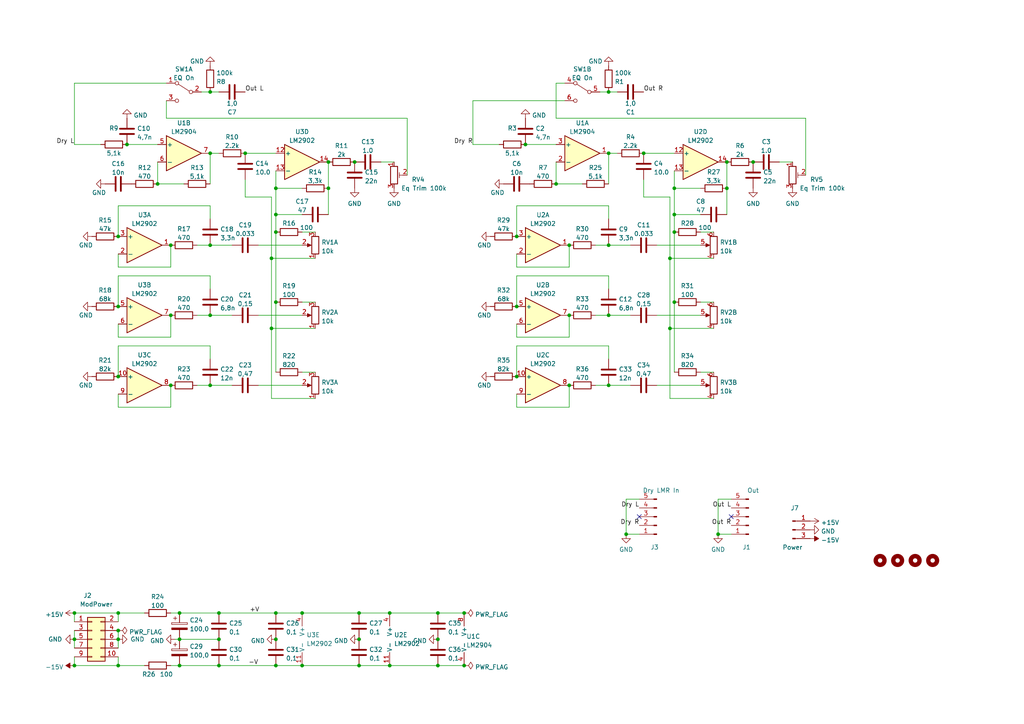
<source format=kicad_sch>
(kicad_sch (version 20211123) (generator eeschema)
  (paper "A4")
  (lib_symbols
    (symbol "Amplifier_Operational:LM2902" (pin_names (offset 0.127))
      (property "Reference" "U" (at 0 5.08 0))
      (property "Value" "LM2902" (at 0 -5.08 0))
      (symbol "LM2902_1_1"
        (pin output line (at 7.62 0 180) (length 2.54) (name "~") (number "1"))
        (pin input line (at -7.62 -2.54 0) (length 2.54) (name "-") (number "2"))
        (pin input line (at -7.62 2.54 0) (length 2.54) (name "+") (number "3"))
      )
      (symbol "LM2902_2_1"
        (pin input line (at -7.62 2.54 0) (length 2.54) (name "+") (number "5"))
        (pin input line (at -7.62 -2.54 0) (length 2.54) (name "-") (number "6"))
        (pin output line (at 7.62 0 180) (length 2.54) (name "~") (number "7"))
      )
      (symbol "LM2902_3_1"
        (pin input line (at -7.62 2.54 0) (length 2.54) (name "+") (number "10"))
        (pin output line (at 7.62 0 180) (length 2.54) (name "~") (number "8"))
        (pin input line (at -7.62 -2.54 0) (length 2.54) (name "-") (number "9"))
      )
      (symbol "LM2902_4_1"
        (pin input line (at -7.62 2.54 0) (length 2.54) (name "+") (number "12"))
        (pin input line (at -7.62 -2.54 0) (length 2.54) (name "-") (number "13"))
        (pin output line (at 7.62 0 180) (length 2.54) (name "~") (number "14"))
      )
      (symbol "LM2902_5_1"
        (pin power_in line (at -2.54 -7.62 90) (length 3.81) (name "V-") (number "11"))
        (pin power_in line (at -2.54 7.62 270) (length 3.81) (name "V+") (number "4"))
      )
    )
    (symbol "Amplifier_Operational:LM2904" (pin_names (offset 0.127))
      (property "Reference" "U" (at 0 5.08 0))
      (property "Value" "LM2904" (at 0 -5.08 0))
      (symbol "LM2904_1_1"
        (pin output line (at 7.62 0 180) (length 2.54) (name "~") (number "1"))
        (pin input line (at -7.62 -2.54 0) (length 2.54) (name "-") (number "2"))
        (pin input line (at -7.62 2.54 0) (length 2.54) (name "+") (number "3"))
      )
      (symbol "LM2904_2_1"
        (pin input line (at -7.62 2.54 0) (length 2.54) (name "+") (number "5"))
        (pin input line (at -7.62 -2.54 0) (length 2.54) (name "-") (number "6"))
        (pin output line (at 7.62 0 180) (length 2.54) (name "~") (number "7"))
      )
      (symbol "LM2904_3_1"
        (pin power_in line (at -2.54 -7.62 90) (length 3.81) (name "V-") (number "4"))
        (pin power_in line (at -2.54 7.62 270) (length 3.81) (name "V+") (number "8"))
      )
    )
    (symbol "Connector:Conn_01x03_Male" (pin_names (offset 1.016) hide)
      (property "Reference" "J" (at 0 5.08 0))
      (property "Value" "Conn_01x03_Male" (at 0 -5.08 0))
      (symbol "Conn_01x03_Male_1_1"
        (pin passive line (at 5.08 2.54 180) (length 3.81) (name "Pin_1") (number "1"))
        (pin passive line (at 5.08 0 180) (length 3.81) (name "Pin_2") (number "2"))
        (pin passive line (at 5.08 -2.54 180) (length 3.81) (name "Pin_3") (number "3"))
      )
    )
    (symbol "Connector:Conn_01x05_Male" (pin_names (offset 1.016) hide)
      (property "Reference" "J" (at 0 7.62 0))
      (property "Value" "Conn_01x05_Male" (at 0 -7.62 0))
      (symbol "Conn_01x05_Male_1_1"
        (pin passive line (at 5.08 5.08 180) (length 3.81) (name "Pin_1") (number "1"))
        (pin passive line (at 5.08 2.54 180) (length 3.81) (name "Pin_2") (number "2"))
        (pin passive line (at 5.08 0 180) (length 3.81) (name "Pin_3") (number "3"))
        (pin passive line (at 5.08 -2.54 180) (length 3.81) (name "Pin_4") (number "4"))
        (pin passive line (at 5.08 -5.08 180) (length 3.81) (name "Pin_5") (number "5"))
      )
    )
    (symbol "Connector_Generic:Conn_02x05_Odd_Even" (pin_names (offset 1.016) hide)
      (property "Reference" "J" (at 1.27 7.62 0))
      (property "Value" "Conn_02x05_Odd_Even" (at 1.27 -7.62 0))
      (symbol "Conn_02x05_Odd_Even_1_1"
        (pin passive line (at -5.08 5.08 0) (length 3.81) (name "Pin_1") (number "1"))
        (pin passive line (at 7.62 -5.08 180) (length 3.81) (name "Pin_10") (number "10"))
        (pin passive line (at 7.62 5.08 180) (length 3.81) (name "Pin_2") (number "2"))
        (pin passive line (at -5.08 2.54 0) (length 3.81) (name "Pin_3") (number "3"))
        (pin passive line (at 7.62 2.54 180) (length 3.81) (name "Pin_4") (number "4"))
        (pin passive line (at -5.08 0 0) (length 3.81) (name "Pin_5") (number "5"))
        (pin passive line (at 7.62 0 180) (length 3.81) (name "Pin_6") (number "6"))
        (pin passive line (at -5.08 -2.54 0) (length 3.81) (name "Pin_7") (number "7"))
        (pin passive line (at 7.62 -2.54 180) (length 3.81) (name "Pin_8") (number "8"))
        (pin passive line (at -5.08 -5.08 0) (length 3.81) (name "Pin_9") (number "9"))
      )
    )
    (symbol "Device:C" (pin_numbers hide) (pin_names (offset 0.254))
      (property "Reference" "C" (at 0.635 2.54 0))
      (property "Value" "C" (at 0.635 -2.54 0))
      (symbol "C_1_1"
        (pin passive line (at 0 3.81 270) (length 2.794) (name "~") (number "1"))
        (pin passive line (at 0 -3.81 90) (length 2.794) (name "~") (number "2"))
      )
    )
    (symbol "Device:C_Polarized" (pin_numbers hide) (pin_names (offset 0.254))
      (property "Reference" "C" (at 0.635 2.54 0))
      (property "Value" "C_Polarized" (at 0.635 -2.54 0))
      (symbol "C_Polarized_1_1"
        (pin passive line (at 0 3.81 270) (length 2.794) (name "~") (number "1"))
        (pin passive line (at 0 -3.81 90) (length 2.794) (name "~") (number "2"))
      )
    )
    (symbol "Device:R" (pin_numbers hide) (pin_names (offset 0))
      (property "Reference" "R" (at 2.032 0 90))
      (property "Value" "R" (at 0 0 90))
      (symbol "R_1_1"
        (pin passive line (at 0 3.81 270) (length 1.27) (name "~") (number "1"))
        (pin passive line (at 0 -3.81 90) (length 1.27) (name "~") (number "2"))
      )
    )
    (symbol "Device:R_Potentiometer_Dual_Separate" (pin_names (offset 1.016) hide)
      (property "Reference" "RV" (at -4.445 0 90))
      (property "Value" "R_Potentiometer_Dual_Separate" (at -2.54 0 90))
      (symbol "R_Potentiometer_Dual_Separate_1_1"
        (pin passive line (at 0 3.81 270) (length 1.27) (name "1") (number "1"))
        (pin passive line (at 3.81 0 180) (length 1.27) (name "2") (number "2"))
        (pin passive line (at 0 -3.81 90) (length 1.27) (name "3") (number "3"))
      )
      (symbol "R_Potentiometer_Dual_Separate_2_1"
        (pin passive line (at 0 3.81 270) (length 1.27) (name "4") (number "4"))
        (pin passive line (at 3.81 0 180) (length 1.27) (name "5") (number "5"))
        (pin passive line (at 0 -3.81 90) (length 1.27) (name "6") (number "6"))
      )
    )
    (symbol "Device:R_Potentiometer_Trim" (pin_names (offset 1.016) hide)
      (property "Reference" "RV" (at -4.445 0 90))
      (property "Value" "R_Potentiometer_Trim" (at -2.54 0 90))
      (symbol "R_Potentiometer_Trim_1_1"
        (pin passive line (at 0 3.81 270) (length 1.27) (name "1") (number "1"))
        (pin passive line (at 3.81 0 180) (length 1.27) (name "2") (number "2"))
        (pin passive line (at 0 -3.81 90) (length 1.27) (name "3") (number "3"))
      )
    )
    (symbol "Mechanical:MountingHole" (pin_names (offset 1.016))
      (property "Reference" "H" (at 0 5.08 0))
      (property "Value" "MountingHole" (at 0 3.175 0))
    )
    (symbol "Switch:SW_DPDT_x2" (pin_names (offset 0) hide)
      (property "Reference" "SW" (at 0 4.318 0))
      (property "Value" "SW_DPDT_x2" (at 0 -5.08 0))
      (symbol "SW_DPDT_x2_1_1"
        (pin passive line (at 5.08 2.54 180) (length 2.54) (name "A") (number "1"))
        (pin passive line (at -5.08 0 0) (length 2.54) (name "B") (number "2"))
        (pin passive line (at 5.08 -2.54 180) (length 2.54) (name "C") (number "3"))
      )
      (symbol "SW_DPDT_x2_2_1"
        (pin passive line (at 5.08 2.54 180) (length 2.54) (name "A") (number "4"))
        (pin passive line (at -5.08 0 0) (length 2.54) (name "B") (number "5"))
        (pin passive line (at 5.08 -2.54 180) (length 2.54) (name "C") (number "6"))
      )
    )
    (symbol "power:+15V" (power) (pin_names (offset 0))
      (property "Value" "+15V" (at 0 3.556 0))
      (symbol "+15V_1_1"
        (pin power_in line (at 0 0 90) (length 0) hide (name "+15V") (number "1"))
      )
    )
    (symbol "power:-15V" (power) (pin_names (offset 0))
      (property "Value" "-15V" (at 0 3.81 0))
      (symbol "-15V_0_0"
        (pin power_in line (at 0 0 90) (length 0) hide (name "-15V") (number "1"))
      )
    )
    (symbol "power:GND" (power) (pin_names (offset 0))
      (property "Value" "GND" (at 0 -3.81 0))
      (symbol "GND_1_1"
        (pin power_in line (at 0 0 270) (length 0) hide (name "GND") (number "1"))
      )
    )
    (symbol "power:PWR_FLAG" (power) (pin_numbers hide) (pin_names (offset 0) hide)
      (property "Value" "PWR_FLAG" (at 0 3.81 0))
      (symbol "PWR_FLAG_0_0"
        (pin power_out line (at 0 0 90) (length 0) (name "pwr") (number "1"))
      )
    )
  )
  (junction (at 80.01 185.42))
  (junction (at 34.29 182.88))
  (junction (at 34.29 109.22))
  (junction (at 195.58 62.23))
  (junction (at 21.59 177.8))
  (junction (at 63.5 185.42))
  (junction (at 181.61 154.94))
  (junction (at 176.53 71.12))
  (junction (at 34.29 88.9))
  (junction (at 161.29 53.34))
  (junction (at 165.1 71.12))
  (junction (at 60.96 91.44))
  (junction (at 102.87 46.99))
  (junction (at 210.82 54.61))
  (junction (at 104.14 177.8))
  (junction (at 63.5 177.8))
  (junction (at 80.01 87.63))
  (junction (at 95.25 54.61))
  (junction (at 49.53 111.76))
  (junction (at 149.86 109.22))
  (junction (at 134.62 193.04))
  (junction (at 63.5 193.04))
  (junction (at 60.96 71.12))
  (junction (at 21.59 193.04))
  (junction (at 80.01 67.31))
  (junction (at 34.29 177.8))
  (junction (at 194.31 74.93))
  (junction (at 165.1 111.76))
  (junction (at 52.07 177.8))
  (junction (at 60.96 111.76))
  (junction (at 152.4 41.91))
  (junction (at 52.07 193.04))
  (junction (at 21.59 185.42))
  (junction (at 34.29 185.42))
  (junction (at 208.28 154.94))
  (junction (at 195.58 67.31))
  (junction (at 78.74 95.25))
  (junction (at 113.03 177.8))
  (junction (at 113.03 193.04))
  (junction (at 127 185.42))
  (junction (at 60.96 44.45))
  (junction (at 176.53 91.44))
  (junction (at 49.53 91.44))
  (junction (at 87.63 193.04))
  (junction (at 127 193.04))
  (junction (at 210.82 46.99))
  (junction (at 176.53 44.45))
  (junction (at 186.69 44.45))
  (junction (at 80.01 54.61))
  (junction (at 34.29 68.58))
  (junction (at 104.14 185.42))
  (junction (at 176.53 26.67))
  (junction (at 127 177.8))
  (junction (at 49.53 71.12))
  (junction (at 218.44 46.99))
  (junction (at 52.07 185.42))
  (junction (at 87.63 177.8))
  (junction (at 194.31 95.25))
  (junction (at 104.14 193.04))
  (junction (at 78.74 74.93))
  (junction (at 165.1 91.44))
  (junction (at 45.72 53.34))
  (junction (at 80.01 62.23))
  (junction (at 71.12 44.45))
  (junction (at 195.58 87.63))
  (junction (at 195.58 54.61))
  (junction (at 149.86 88.9))
  (junction (at 149.86 68.58))
  (junction (at 134.62 177.8))
  (junction (at 80.01 193.04))
  (junction (at 34.29 193.04))
  (junction (at 95.25 46.99))
  (junction (at 80.01 177.8))
  (junction (at 60.96 26.67))
  (junction (at 36.83 41.91))
  (junction (at 176.53 111.76))
  (no_connect (at 212.09 149.86))
  (no_connect (at 185.42 149.86))
  (wire (pts (xy 45.72 53.34) (xy 53.34 53.34)))
  (wire (pts (xy 95.25 54.61) (xy 95.25 62.23)))
  (wire (pts (xy 49.53 97.79) (xy 49.53 91.44)))
  (wire (pts (xy 34.29 193.04) (xy 34.29 190.5)))
  (wire (pts (xy 149.86 59.69) (xy 149.86 68.58)))
  (wire (pts (xy 78.74 57.15) (xy 78.74 74.93)))
  (wire (pts (xy 78.74 95.25) (xy 78.74 115.57)))
  (wire (pts (xy 48.26 29.21) (xy 48.26 34.29)))
  (wire (pts (xy 149.86 97.79) (xy 165.1 97.79)))
  (wire (pts (xy 87.63 107.95) (xy 91.44 107.95)))
  (wire (pts (xy 80.01 49.53) (xy 80.01 54.61)))
  (wire (pts (xy 172.72 91.44) (xy 176.53 91.44)))
  (wire (pts (xy 203.2 87.63) (xy 207.01 87.63)))
  (wire (pts (xy 78.74 95.25) (xy 91.44 95.25)))
  (wire (pts (xy 60.96 44.45) (xy 60.96 53.34)))
  (wire (pts (xy 173.99 26.67) (xy 176.53 26.67)))
  (wire (pts (xy 165.1 118.11) (xy 165.1 111.76)))
  (wire (pts (xy 91.44 115.57) (xy 78.74 115.57)))
  (wire (pts (xy 74.93 91.44) (xy 87.63 91.44)))
  (wire (pts (xy 186.69 44.45) (xy 195.58 44.45)))
  (wire (pts (xy 80.01 62.23) (xy 87.63 62.23)))
  (wire (pts (xy 195.58 54.61) (xy 203.2 54.61)))
  (wire (pts (xy 190.5 71.12) (xy 203.2 71.12)))
  (wire (pts (xy 80.01 54.61) (xy 80.01 62.23)))
  (wire (pts (xy 95.25 46.99) (xy 95.25 54.61)))
  (wire (pts (xy 21.59 24.13) (xy 48.26 24.13)))
  (wire (pts (xy 80.01 193.04) (xy 87.63 193.04)))
  (wire (pts (xy 60.96 44.45) (xy 63.5 44.45)))
  (wire (pts (xy 212.09 144.78) (xy 208.28 144.78)))
  (wire (pts (xy 210.82 46.99) (xy 210.82 54.61)))
  (wire (pts (xy 172.72 111.76) (xy 176.53 111.76)))
  (wire (pts (xy 176.53 111.76) (xy 182.88 111.76)))
  (wire (pts (xy 149.86 80.01) (xy 149.86 88.9)))
  (wire (pts (xy 60.96 59.69) (xy 34.29 59.69)))
  (wire (pts (xy 34.29 59.69) (xy 34.29 68.58)))
  (wire (pts (xy 34.29 185.42) (xy 34.29 187.96)))
  (wire (pts (xy 176.53 26.67) (xy 179.07 26.67)))
  (wire (pts (xy 176.53 104.14) (xy 176.53 100.33)))
  (wire (pts (xy 190.5 91.44) (xy 203.2 91.44)))
  (wire (pts (xy 118.11 34.29) (xy 118.11 50.8)))
  (wire (pts (xy 80.01 87.63) (xy 80.01 107.95)))
  (wire (pts (xy 176.53 59.69) (xy 149.86 59.69)))
  (wire (pts (xy 195.58 62.23) (xy 195.58 67.31)))
  (wire (pts (xy 233.68 34.29) (xy 233.68 50.8)))
  (wire (pts (xy 34.29 118.11) (xy 49.53 118.11)))
  (wire (pts (xy 21.59 182.88) (xy 21.59 185.42)))
  (wire (pts (xy 80.01 54.61) (xy 87.63 54.61)))
  (wire (pts (xy 34.29 77.47) (xy 49.53 77.47)))
  (wire (pts (xy 163.83 24.13) (xy 161.29 24.13)))
  (wire (pts (xy 34.29 177.8) (xy 34.29 180.34)))
  (wire (pts (xy 210.82 54.61) (xy 210.82 62.23)))
  (wire (pts (xy 161.29 24.13) (xy 161.29 34.29)))
  (wire (pts (xy 36.83 41.91) (xy 45.72 41.91)))
  (wire (pts (xy 21.59 193.04) (xy 34.29 193.04)))
  (wire (pts (xy 74.93 111.76) (xy 87.63 111.76)))
  (wire (pts (xy 190.5 111.76) (xy 203.2 111.76)))
  (wire (pts (xy 176.53 44.45) (xy 179.07 44.45)))
  (wire (pts (xy 149.86 77.47) (xy 165.1 77.47)))
  (wire (pts (xy 34.29 93.98) (xy 34.29 97.79)))
  (wire (pts (xy 149.86 118.11) (xy 165.1 118.11)))
  (wire (pts (xy 60.96 63.5) (xy 60.96 59.69)))
  (wire (pts (xy 208.28 154.94) (xy 212.09 154.94)))
  (wire (pts (xy 63.5 193.04) (xy 80.01 193.04)))
  (wire (pts (xy 181.61 144.78) (xy 181.61 154.94)))
  (wire (pts (xy 176.53 71.12) (xy 182.88 71.12)))
  (wire (pts (xy 34.29 114.3) (xy 34.29 118.11)))
  (wire (pts (xy 87.63 87.63) (xy 91.44 87.63)))
  (wire (pts (xy 49.53 177.8) (xy 52.07 177.8)))
  (wire (pts (xy 144.78 41.91) (xy 137.16 41.91)))
  (wire (pts (xy 172.72 71.12) (xy 176.53 71.12)))
  (wire (pts (xy 176.53 80.01) (xy 149.86 80.01)))
  (wire (pts (xy 87.63 67.31) (xy 91.44 67.31)))
  (wire (pts (xy 134.62 193.04) (xy 127 193.04)))
  (wire (pts (xy 110.49 46.99) (xy 114.3 46.99)))
  (wire (pts (xy 137.16 29.21) (xy 163.83 29.21)))
  (wire (pts (xy 50.8 185.42) (xy 52.07 185.42)))
  (wire (pts (xy 34.29 100.33) (xy 34.29 109.22)))
  (wire (pts (xy 71.12 57.15) (xy 78.74 57.15)))
  (wire (pts (xy 149.86 93.98) (xy 149.86 97.79)))
  (wire (pts (xy 104.14 177.8) (xy 87.63 177.8)))
  (wire (pts (xy 21.59 180.34) (xy 21.59 177.8)))
  (wire (pts (xy 195.58 49.53) (xy 195.58 54.61)))
  (wire (pts (xy 208.28 144.78) (xy 208.28 154.94)))
  (wire (pts (xy 60.96 91.44) (xy 67.31 91.44)))
  (wire (pts (xy 60.96 111.76) (xy 67.31 111.76)))
  (wire (pts (xy 60.96 104.14) (xy 60.96 100.33)))
  (wire (pts (xy 21.59 185.42) (xy 21.59 187.96)))
  (wire (pts (xy 49.53 77.47) (xy 49.53 71.12)))
  (wire (pts (xy 185.42 144.78) (xy 181.61 144.78)))
  (wire (pts (xy 137.16 29.21) (xy 137.16 41.91)))
  (wire (pts (xy 34.29 182.88) (xy 34.29 185.42)))
  (wire (pts (xy 149.86 114.3) (xy 149.86 118.11)))
  (wire (pts (xy 195.58 62.23) (xy 203.2 62.23)))
  (wire (pts (xy 58.42 26.67) (xy 60.96 26.67)))
  (wire (pts (xy 29.21 41.91) (xy 21.59 41.91)))
  (wire (pts (xy 203.2 67.31) (xy 207.01 67.31)))
  (wire (pts (xy 176.53 83.82) (xy 176.53 80.01)))
  (wire (pts (xy 195.58 54.61) (xy 195.58 62.23)))
  (wire (pts (xy 34.29 97.79) (xy 49.53 97.79)))
  (wire (pts (xy 21.59 24.13) (xy 21.59 41.91)))
  (wire (pts (xy 71.12 44.45) (xy 80.01 44.45)))
  (wire (pts (xy 60.96 26.67) (xy 63.5 26.67)))
  (wire (pts (xy 34.29 73.66) (xy 34.29 77.47)))
  (wire (pts (xy 194.31 57.15) (xy 194.31 74.93)))
  (wire (pts (xy 149.86 100.33) (xy 149.86 109.22)))
  (wire (pts (xy 57.15 111.76) (xy 60.96 111.76)))
  (wire (pts (xy 60.96 80.01) (xy 34.29 80.01)))
  (wire (pts (xy 52.07 185.42) (xy 63.5 185.42)))
  (wire (pts (xy 60.96 71.12) (xy 67.31 71.12)))
  (wire (pts (xy 57.15 71.12) (xy 60.96 71.12)))
  (wire (pts (xy 60.96 100.33) (xy 34.29 100.33)))
  (wire (pts (xy 57.15 91.44) (xy 60.96 91.44)))
  (wire (pts (xy 78.74 74.93) (xy 91.44 74.93)))
  (wire (pts (xy 203.2 107.95) (xy 207.01 107.95)))
  (wire (pts (xy 161.29 53.34) (xy 168.91 53.34)))
  (wire (pts (xy 194.31 95.25) (xy 207.01 95.25)))
  (wire (pts (xy 113.03 177.8) (xy 127 177.8)))
  (wire (pts (xy 194.31 95.25) (xy 194.31 115.57)))
  (wire (pts (xy 52.07 193.04) (xy 63.5 193.04)))
  (wire (pts (xy 176.53 91.44) (xy 182.88 91.44)))
  (wire (pts (xy 195.58 67.31) (xy 195.58 87.63)))
  (wire (pts (xy 104.14 193.04) (xy 113.03 193.04)))
  (wire (pts (xy 34.29 177.8) (xy 41.91 177.8)))
  (wire (pts (xy 104.14 193.04) (xy 87.63 193.04)))
  (wire (pts (xy 113.03 193.04) (xy 127 193.04)))
  (wire (pts (xy 176.53 100.33) (xy 149.86 100.33)))
  (wire (pts (xy 195.58 87.63) (xy 195.58 107.95)))
  (wire (pts (xy 165.1 97.79) (xy 165.1 91.44)))
  (wire (pts (xy 161.29 46.99) (xy 161.29 53.34)))
  (wire (pts (xy 194.31 74.93) (xy 194.31 95.25)))
  (wire (pts (xy 161.29 34.29) (xy 233.68 34.29)))
  (wire (pts (xy 186.69 57.15) (xy 194.31 57.15)))
  (wire (pts (xy 152.4 41.91) (xy 161.29 41.91)))
  (wire (pts (xy 71.12 52.07) (xy 71.12 57.15)))
  (wire (pts (xy 80.01 177.8) (xy 87.63 177.8)))
  (wire (pts (xy 186.69 52.07) (xy 186.69 57.15)))
  (wire (pts (xy 207.01 115.57) (xy 194.31 115.57)))
  (wire (pts (xy 176.53 44.45) (xy 176.53 53.34)))
  (wire (pts (xy 45.72 46.99) (xy 45.72 53.34)))
  (wire (pts (xy 149.86 73.66) (xy 149.86 77.47)))
  (wire (pts (xy 21.59 190.5) (xy 21.59 193.04)))
  (wire (pts (xy 63.5 177.8) (xy 80.01 177.8)))
  (wire (pts (xy 104.14 177.8) (xy 113.03 177.8)))
  (wire (pts (xy 134.62 177.8) (xy 127 177.8)))
  (wire (pts (xy 34.29 80.01) (xy 34.29 88.9)))
  (wire (pts (xy 176.53 63.5) (xy 176.53 59.69)))
  (wire (pts (xy 226.06 46.99) (xy 229.87 46.99)))
  (wire (pts (xy 194.31 74.93) (xy 207.01 74.93)))
  (wire (pts (xy 80.01 62.23) (xy 80.01 67.31)))
  (wire (pts (xy 80.01 67.31) (xy 80.01 87.63)))
  (wire (pts (xy 49.53 193.04) (xy 52.07 193.04)))
  (wire (pts (xy 78.74 74.93) (xy 78.74 95.25)))
  (wire (pts (xy 74.93 71.12) (xy 87.63 71.12)))
  (wire (pts (xy 49.53 118.11) (xy 49.53 111.76)))
  (wire (pts (xy 34.29 193.04) (xy 41.91 193.04)))
  (wire (pts (xy 21.59 177.8) (xy 34.29 177.8)))
  (wire (pts (xy 60.96 83.82) (xy 60.96 80.01)))
  (wire (pts (xy 165.1 77.47) (xy 165.1 71.12)))
  (wire (pts (xy 48.26 34.29) (xy 118.11 34.29)))
  (wire (pts (xy 181.61 154.94) (xy 185.42 154.94)))
  (wire (pts (xy 52.07 177.8) (xy 63.5 177.8)))
  (label "-V" (at 74.93 193.04 180))
  (label "Out L" (at 212.09 147.32 180))
  (label "Dry L" (at 21.59 41.91 180))
  (label "Out R" (at 186.69 26.67 0))
  (label "Out L" (at 71.12 26.67 0))
  (label "Dry R" (at 185.42 152.4 180))
  (label "+V" (at 72.39 177.8 0))
  (label "Dry R" (at 137.16 41.91 180))
  (label "Out R" (at 212.09 152.4 180))
  (label "Dry L" (at 185.42 147.32 180))
  (symbol (lib_id "Amplifier_Operational:LM2904") (at 53.34 44.45 0) (unit 2)
    (property "Reference" "U1" (at 53.34 35.6702 0))
    (property "Value" "LM2904" (at 53.34 38.2071 0))
    (property "Footprint" "Package_DIP:DIP-8_W7.62mm" (effects hide))
    (property "Datasheet" "http://www.ti.com/lit/ds/symlink/lm358.pdf" (effects hide))
  )
  (symbol (lib_id "Device:R") (at 60.96 22.86 0) (mirror y) (unit 1)
    (property "Reference" "R8" (at 62.738 23.6947 0) (effects (justify right)))
    (property "Value" "100k" (at 62.738 21.1578 0) (effects (justify right)))
    (property "Footprint" "Resistor_SMD:R_1206_3216Metric_Pad1.30x1.75mm_HandSolder" (effects hide))
  )
  (symbol (lib_id "Device:R") (at 53.34 91.44 90) (unit 1)
    (property "Reference" "R20" (at 53.34 86.7242 90))
    (property "Value" "470" (at 53.34 89.2611 90))
    (property "Footprint" "Resistor_SMD:R_1206_3216Metric_Pad1.30x1.75mm_HandSolder" (effects hide))
  )
  (symbol (lib_id "Device:R") (at 148.59 41.91 90) (unit 1)
    (property "Reference" "R3" (at 148.59 37.1942 90))
    (property "Value" "5,1k" (at 148.59 44.45 90))
    (property "Footprint" "Resistor_SMD:R_1206_3216Metric_Pad1.30x1.75mm_HandSolder" (effects hide))
  )
  (symbol (lib_id "power:GND") (at 102.87 54.61 0) (unit 1)
    (property "Reference" "#PWR0112" (effects hide))
    (property "Value" "GND" (at 102.87 59.0534 0))
  )
  (symbol (lib_id "Device:C") (at 71.12 48.26 180) (unit 1)
    (property "Reference" "C14" (at 74.041 47.4253 0) (effects (justify right)))
    (property "Value" "10.0" (at 74.041 49.9622 0) (effects (justify right)))
    (property "Footprint" "Capacitor_SMD:C_0805_2012Metric_Pad1.18x1.45mm_HandSolder" (effects hide))
  )
  (symbol (lib_id "Amplifier_Operational:LM2902") (at 115.57 185.42 0) (unit 5)
    (property "Reference" "U2" (at 114.3 184.15 0) (effects (justify left)))
    (property "Value" "LM2902" (at 114.3 186.69 0) (effects (justify left)))
    (property "Footprint" "Package_DIP:DIP-14_W7.62mm" (effects hide))
    (property "Datasheet" "http://www.ti.com/lit/ds/symlink/lm2902-n.pdf" (effects hide))
  )
  (symbol (lib_id "Device:R") (at 199.39 107.95 90) (unit 1)
    (property "Reference" "R34" (at 199.39 103.2342 90))
    (property "Value" "820" (at 199.39 105.7711 90))
    (property "Footprint" "Resistor_SMD:R_1206_3216Metric_Pad1.30x1.75mm_HandSolder" (effects hide))
  )
  (symbol (lib_id "Mechanical:MountingHole") (at 270.51 162.56 0) (unit 1)
    (property "Reference" "H4" (effects hide))
    (property "Value" "MountingHole" (effects hide))
    (property "Footprint" "MountingHole:MountingHole_3.2mm_M3" (effects hide))
  )
  (symbol (lib_id "power:GND") (at 114.3 54.61 0) (unit 1)
    (property "Reference" "#PWR0113" (effects hide))
    (property "Value" "GND" (at 114.3 59.0534 0))
  )
  (symbol (lib_id "power:+15V") (at 234.95 151.13 270) (unit 1)
    (property "Reference" "#PWR0105" (effects hide))
    (property "Value" "+15V" (at 238.125 151.5638 90) (effects (justify left)))
  )
  (symbol (lib_id "power:GND") (at 34.29 185.42 90) (unit 1)
    (property "Reference" "#PWR015" (effects hide))
    (property "Value" "GND" (at 41.91 185.42 90) (effects (justify left)))
  )
  (symbol (lib_id "power:GND") (at 229.87 54.61 0) (unit 1)
    (property "Reference" "#PWR05" (effects hide))
    (property "Value" "GND" (at 229.87 59.0534 0))
  )
  (symbol (lib_id "power:GND") (at 26.67 88.9 270) (unit 1)
    (property "Reference" "#PWR08" (effects hide))
    (property "Value" "GND" (at 22.86 91.44 90) (effects (justify left)))
  )
  (symbol (lib_id "Device:C") (at 186.69 48.26 180) (unit 1)
    (property "Reference" "C4" (at 189.611 47.4253 0) (effects (justify right)))
    (property "Value" "10.0" (at 189.611 49.9622 0) (effects (justify right)))
    (property "Footprint" "Capacitor_SMD:C_0805_2012Metric_Pad1.18x1.45mm_HandSolder" (effects hide))
  )
  (symbol (lib_id "power:GND") (at 142.24 109.22 270) (unit 1)
    (property "Reference" "#PWR011" (effects hide))
    (property "Value" "GND" (at 138.43 111.76 90) (effects (justify left)))
  )
  (symbol (lib_id "Device:C") (at 60.96 67.31 0) (unit 1)
    (property "Reference" "C18" (at 63.881 66.4753 0) (effects (justify left)))
    (property "Value" "3,3n" (at 63.881 69.0122 0) (effects (justify left)))
    (property "Footprint" "Capacitor_SMD:C_0805_2012Metric_Pad1.18x1.45mm_HandSolder" (effects hide))
  )
  (symbol (lib_id "power:GND") (at 127 185.42 270) (unit 1)
    (property "Reference" "#PWR016" (effects hide))
    (property "Value" "GND" (at 123.8251 185.8538 90) (effects (justify right)))
  )
  (symbol (lib_id "Device:R") (at 168.91 71.12 90) (unit 1)
    (property "Reference" "R30" (at 168.91 66.4042 90))
    (property "Value" "470" (at 168.91 68.9411 90))
    (property "Footprint" "Resistor_SMD:R_1206_3216Metric_Pad1.30x1.75mm_HandSolder" (effects hide))
  )
  (symbol (lib_id "Amplifier_Operational:LM2902") (at 203.2 46.99 0) (unit 4)
    (property "Reference" "U2" (at 203.2 38.2102 0))
    (property "Value" "LM2902" (at 203.2 40.7471 0))
    (property "Footprint" "Package_DIP:DIP-14_W7.62mm" (effects hide))
    (property "Datasheet" "http://www.ti.com/lit/ds/symlink/lm2902-n.pdf" (effects hide))
  )
  (symbol (lib_id "power:GND") (at 181.61 154.94 0) (unit 1)
    (property "Reference" "#PWR0115" (effects hide))
    (property "Value" "GND" (at 181.61 159.3834 0))
  )
  (symbol (lib_id "Amplifier_Operational:LM2904") (at 168.91 44.45 0) (unit 1)
    (property "Reference" "U1" (at 168.91 35.6702 0))
    (property "Value" "LM2904" (at 168.91 38.2071 0))
    (property "Footprint" "Package_DIP:DIP-8_W7.62mm" (effects hide))
    (property "Datasheet" "http://www.ti.com/lit/ds/symlink/lm358.pdf" (effects hide))
  )
  (symbol (lib_id "Device:R") (at 214.63 46.99 90) (unit 1)
    (property "Reference" "R6" (at 214.63 42.2742 90))
    (property "Value" "2k" (at 214.63 44.8111 90))
    (property "Footprint" "Resistor_SMD:R_1206_3216Metric_Pad1.30x1.75mm_HandSolder" (effects hide))
  )
  (symbol (lib_id "Device:R") (at 30.48 88.9 90) (unit 1)
    (property "Reference" "R18" (at 30.48 84.1842 90))
    (property "Value" "68k" (at 30.48 86.7211 90))
    (property "Footprint" "Resistor_SMD:R_1206_3216Metric_Pad1.30x1.75mm_HandSolder" (effects hide))
  )
  (symbol (lib_id "power:GND") (at 234.95 153.67 90) (unit 1)
    (property "Reference" "#PWR0104" (effects hide))
    (property "Value" "GND" (at 238.125 154.1038 90) (effects (justify right)))
  )
  (symbol (lib_id "Device:C") (at 186.69 71.12 90) (unit 1)
    (property "Reference" "C11" (at 186.69 65.2612 90))
    (property "Value" "0.033" (at 186.69 67.7981 90))
    (property "Footprint" "Capacitor_SMD:C_0805_2012Metric_Pad1.18x1.45mm_HandSolder" (effects hide))
  )
  (symbol (lib_id "Device:C_Polarized") (at 52.07 181.61 0) (unit 1)
    (property "Reference" "C24" (at 54.991 179.8863 0) (effects (justify left)))
    (property "Value" "100,0" (at 54.991 182.4232 0) (effects (justify left)))
    (property "Footprint" "Capacitor_SMD:C_Elec_6.3x5.8" (effects hide))
  )
  (symbol (lib_id "Mechanical:MountingHole") (at 260.35 162.56 0) (unit 1)
    (property "Reference" "H2" (effects hide))
    (property "Value" "MountingHole" (effects hide))
    (property "Footprint" "MountingHole:MountingHole_3.2mm_M3" (effects hide))
  )
  (symbol (lib_id "power:GND") (at 26.67 109.22 270) (unit 1)
    (property "Reference" "#PWR010" (effects hide))
    (property "Value" "GND" (at 22.86 111.76 90) (effects (justify left)))
  )
  (symbol (lib_id "Device:R") (at 207.01 54.61 90) (unit 1)
    (property "Reference" "R27" (at 207.01 49.8942 90))
    (property "Value" "3,3k" (at 207.01 52.4311 90))
    (property "Footprint" "Resistor_SMD:R_1206_3216Metric_Pad1.30x1.75mm_HandSolder" (effects hide))
  )
  (symbol (lib_id "Device:C") (at 60.96 107.95 0) (unit 1)
    (property "Reference" "C22" (at 63.881 107.1153 0) (effects (justify left)))
    (property "Value" "12n" (at 63.881 109.6522 0) (effects (justify left)))
    (property "Footprint" "Capacitor_SMD:C_0805_2012Metric_Pad1.18x1.45mm_HandSolder" (effects hide))
  )
  (symbol (lib_id "power:GND") (at 21.59 185.42 270) (unit 1)
    (property "Reference" "#PWR014" (effects hide))
    (property "Value" "GND" (at 13.97 185.42 90) (effects (justify left)))
  )
  (symbol (lib_id "power:GND") (at 30.48 53.34 270) (unit 1)
    (property "Reference" "#PWR0114" (effects hide))
    (property "Value" "GND" (at 26.67 55.88 90) (effects (justify left)))
  )
  (symbol (lib_id "power:PWR_FLAG") (at 134.62 193.04 270) (unit 1)
    (property "Reference" "#FLG0102" (effects hide))
    (property "Value" "PWR_FLAG" (at 137.795 193.4738 90) (effects (justify left)))
  )
  (symbol (lib_id "Amplifier_Operational:LM2902") (at 87.63 46.99 0) (unit 4)
    (property "Reference" "U3" (at 87.63 38.2102 0))
    (property "Value" "LM2902" (at 87.63 40.7471 0))
    (property "Footprint" "Package_DIP:DIP-14_W7.62mm" (effects hide))
    (property "Datasheet" "http://www.ti.com/lit/ds/symlink/lm2902-n.pdf" (effects hide))
  )
  (symbol (lib_id "Amplifier_Operational:LM2902") (at 157.48 111.76 0) (unit 3)
    (property "Reference" "U2" (at 157.48 102.9802 0))
    (property "Value" "LM2902" (at 157.48 105.5171 0))
    (property "Footprint" "Package_DIP:DIP-14_W7.62mm" (effects hide))
    (property "Datasheet" "http://www.ti.com/lit/ds/symlink/lm2902-n.pdf" (effects hide))
  )
  (symbol (lib_id "Device:C") (at 176.53 67.31 0) (unit 1)
    (property "Reference" "C9" (at 179.451 66.4753 0) (effects (justify left)))
    (property "Value" "3,3n" (at 179.451 69.0122 0) (effects (justify left)))
    (property "Footprint" "Capacitor_SMD:C_0805_2012Metric_Pad1.18x1.45mm_HandSolder" (effects hide))
  )
  (symbol (lib_id "Device:R_Potentiometer_Dual_Separate") (at 91.44 91.44 180) (unit 1)
    (property "Reference" "RV2" (at 93.218 90.6053 0) (effects (justify right)))
    (property "Value" "10k" (at 93.218 93.1422 0) (effects (justify right)))
    (property "Footprint" "Potentiometer_THT:Potentiometer_Alps_RK097_Dual_Horizontal" (effects hide))
  )
  (symbol (lib_id "Device:R") (at 53.34 71.12 90) (unit 1)
    (property "Reference" "R17" (at 53.34 66.4042 90))
    (property "Value" "470" (at 53.34 68.9411 90))
    (property "Footprint" "Resistor_SMD:R_1206_3216Metric_Pad1.30x1.75mm_HandSolder" (effects hide))
  )
  (symbol (lib_id "Device:R_Potentiometer_Dual_Separate") (at 207.01 71.12 180) (unit 2)
    (property "Reference" "RV1" (at 208.788 70.2853 0) (effects (justify right)))
    (property "Value" "10k" (at 208.788 72.8222 0) (effects (justify right)))
    (property "Footprint" "Potentiometer_THT:Potentiometer_Alps_RK097_Dual_Horizontal" (effects hide))
  )
  (symbol (lib_id "Device:C") (at 36.83 38.1 0) (unit 1)
    (property "Reference" "C10" (at 39.751 37.2653 0) (effects (justify left)))
    (property "Value" "4,7n" (at 39.751 39.8022 0) (effects (justify left)))
    (property "Footprint" "Capacitor_SMD:C_0805_2012Metric_Pad1.18x1.45mm_HandSolder" (effects hide))
  )
  (symbol (lib_id "Mechanical:MountingHole") (at 265.43 162.56 0) (unit 1)
    (property "Reference" "H3" (effects hide))
    (property "Value" "MountingHole" (effects hide))
    (property "Footprint" "MountingHole:MountingHole_3.2mm_M3" (effects hide))
  )
  (symbol (lib_id "power:GND") (at 142.24 68.58 270) (unit 1)
    (property "Reference" "#PWR07" (effects hide))
    (property "Value" "GND" (at 138.43 71.12 90) (effects (justify left)))
  )
  (symbol (lib_id "Device:R") (at 53.34 111.76 90) (unit 1)
    (property "Reference" "R23" (at 53.34 107.0442 90))
    (property "Value" "470" (at 53.34 109.5811 90))
    (property "Footprint" "Resistor_SMD:R_1206_3216Metric_Pad1.30x1.75mm_HandSolder" (effects hide))
  )
  (symbol (lib_id "Amplifier_Operational:LM2902") (at 41.91 71.12 0) (unit 1)
    (property "Reference" "U3" (at 41.91 62.3402 0))
    (property "Value" "LM2902" (at 41.91 64.8771 0))
    (property "Footprint" "Package_DIP:DIP-14_W7.62mm" (effects hide))
    (property "Datasheet" "http://www.ti.com/lit/ds/symlink/lm2902-n.pdf" (effects hide))
  )
  (symbol (lib_id "Device:R") (at 45.72 177.8 90) (unit 1)
    (property "Reference" "R24" (at 45.72 173.0842 90))
    (property "Value" "100" (at 45.72 175.6211 90))
    (property "Footprint" "Resistor_SMD:R_1206_3216Metric_Pad1.30x1.75mm_HandSolder" (effects hide))
  )
  (symbol (lib_id "Amplifier_Operational:LM2902") (at 157.48 71.12 0) (unit 1)
    (property "Reference" "U2" (at 157.48 62.3402 0))
    (property "Value" "LM2902" (at 157.48 64.8771 0))
    (property "Footprint" "Package_DIP:DIP-14_W7.62mm" (effects hide))
    (property "Datasheet" "http://www.ti.com/lit/ds/symlink/lm2902-n.pdf" (effects hide))
  )
  (symbol (lib_id "Device:C") (at 218.44 50.8 0) (unit 1)
    (property "Reference" "C5" (at 221.361 49.9653 0) (effects (justify left)))
    (property "Value" "22n" (at 221.361 52.5022 0) (effects (justify left)))
    (property "Footprint" "Capacitor_SMD:C_0805_2012Metric_Pad1.18x1.45mm_HandSolder" (effects hide))
  )
  (symbol (lib_id "Device:R") (at 45.72 193.04 90) (unit 1)
    (property "Reference" "R26" (at 43.18 195.58 90))
    (property "Value" "100" (at 48.26 195.58 90))
    (property "Footprint" "Resistor_SMD:R_1206_3216Metric_Pad1.30x1.75mm_HandSolder" (effects hide))
  )
  (symbol (lib_id "power:PWR_FLAG") (at 34.29 182.88 270) (unit 1)
    (property "Reference" "#FLG0103" (effects hide))
    (property "Value" "PWR_FLAG" (at 37.465 183.3138 90) (effects (justify left)))
  )
  (symbol (lib_id "Device:R") (at 157.48 53.34 90) (unit 1)
    (property "Reference" "R7" (at 157.48 48.6242 90))
    (property "Value" "470" (at 157.48 51.1611 90))
    (property "Footprint" "Resistor_SMD:R_1206_3216Metric_Pad1.30x1.75mm_HandSolder" (effects hide))
  )
  (symbol (lib_id "Device:C") (at 67.31 26.67 90) (mirror x) (unit 1)
    (property "Reference" "C7" (at 67.31 32.5288 90))
    (property "Value" "1,0" (at 67.31 29.9919 90))
    (property "Footprint" "Capacitor_SMD:C_0805_2012Metric_Pad1.18x1.45mm_HandSolder" (effects hide))
  )
  (symbol (lib_id "Device:C") (at 71.12 111.76 90) (unit 1)
    (property "Reference" "C23" (at 71.12 105.9012 90))
    (property "Value" "0,47" (at 71.12 108.4381 90))
    (property "Footprint" "Capacitor_SMD:C_0805_2012Metric_Pad1.18x1.45mm_HandSolder" (effects hide))
  )
  (symbol (lib_id "Device:R") (at 146.05 88.9 90) (unit 1)
    (property "Reference" "R32" (at 146.05 84.1842 90))
    (property "Value" "68k" (at 146.05 86.7211 90))
    (property "Footprint" "Resistor_SMD:R_1206_3216Metric_Pad1.30x1.75mm_HandSolder" (effects hide))
  )
  (symbol (lib_id "Connector_Generic:Conn_02x05_Odd_Even") (at 26.67 185.42 0) (unit 1)
    (property "Reference" "J2" (at 25.4 172.72 0))
    (property "Value" "ModPower" (at 27.94 175.26 0))
    (property "Footprint" "Connector_PinHeader_2.54mm:PinHeader_2x05_P2.54mm_Vertical" (effects hide))
  )
  (symbol (lib_id "Device:C") (at 104.14 189.23 0) (unit 1)
    (property "Reference" "C32" (at 107.061 188.3953 0) (effects (justify left)))
    (property "Value" "0,1" (at 107.061 190.9322 0) (effects (justify left)))
    (property "Footprint" "Capacitor_SMD:C_1206_3216Metric_Pad1.33x1.80mm_HandSolder" (effects hide))
  )
  (symbol (lib_id "Device:R") (at 176.53 22.86 0) (mirror y) (unit 1)
    (property "Reference" "R1" (at 178.308 23.6947 0) (effects (justify right)))
    (property "Value" "100k" (at 178.308 21.1578 0) (effects (justify right)))
    (property "Footprint" "Resistor_SMD:R_1206_3216Metric_Pad1.30x1.75mm_HandSolder" (effects hide))
  )
  (symbol (lib_id "power:GND") (at 80.01 185.42 270) (unit 1)
    (property "Reference" "#PWR0110" (effects hide))
    (property "Value" "GND" (at 76.8351 185.8538 90) (effects (justify right)))
  )
  (symbol (lib_id "Device:C") (at 127 181.61 0) (unit 1)
    (property "Reference" "C35" (at 129.921 180.7753 0) (effects (justify left)))
    (property "Value" "0,1" (at 129.921 183.3122 0) (effects (justify left)))
    (property "Footprint" "Capacitor_SMD:C_1206_3216Metric_Pad1.33x1.80mm_HandSolder" (effects hide))
  )
  (symbol (lib_id "power:GND") (at 60.96 19.05 0) (mirror x) (unit 1)
    (property "Reference" "#PWR0125" (effects hide))
    (property "Value" "GND" (at 57.15 17.78 0))
  )
  (symbol (lib_id "Device:R_Potentiometer_Dual_Separate") (at 207.01 91.44 180) (unit 2)
    (property "Reference" "RV2" (at 208.788 90.6053 0) (effects (justify right)))
    (property "Value" "10k" (at 208.788 93.1422 0) (effects (justify right)))
    (property "Footprint" "Potentiometer_THT:Potentiometer_Alps_RK097_Dual_Horizontal" (effects hide))
  )
  (symbol (lib_id "Device:R") (at 83.82 107.95 90) (unit 1)
    (property "Reference" "R22" (at 83.82 103.2342 90))
    (property "Value" "820" (at 83.82 105.7711 90))
    (property "Footprint" "Resistor_SMD:R_1206_3216Metric_Pad1.30x1.75mm_HandSolder" (effects hide))
  )
  (symbol (lib_id "power:GND") (at 146.05 53.34 270) (unit 1)
    (property "Reference" "#PWR03" (effects hide))
    (property "Value" "GND" (at 142.24 55.88 90) (effects (justify left)))
  )
  (symbol (lib_id "Connector:Conn_01x05_Male") (at 190.5 149.86 180) (unit 1)
    (property "Reference" "J3" (at 189.865 158.716 0))
    (property "Value" "Dry LMR In" (at 191.77 142.24 0))
    (property "Footprint" "Connector_JST:JST_XH_B5B-XH-AM_1x05_P2.50mm_Vertical" (effects hide))
  )
  (symbol (lib_id "Connector:Conn_01x03_Male") (at 229.87 153.67 0) (unit 1)
    (property "Reference" "J7" (at 230.505 147.354 0))
    (property "Value" "Power" (at 229.87 158.75 0))
    (property "Footprint" "Connector_PinHeader_2.54mm:PinHeader_1x03_P2.54mm_Vertical" (effects hide))
  )
  (symbol (lib_id "Device:R_Potentiometer_Dual_Separate") (at 91.44 111.76 180) (unit 1)
    (property "Reference" "RV3" (at 93.218 110.9253 0) (effects (justify right)))
    (property "Value" "10k" (at 93.218 113.4622 0) (effects (justify right)))
    (property "Footprint" "Potentiometer_THT:Potentiometer_Alps_RK097_Dual_Horizontal" (effects hide))
  )
  (symbol (lib_id "Amplifier_Operational:LM2902") (at 41.91 91.44 0) (unit 2)
    (property "Reference" "U3" (at 41.91 82.6602 0))
    (property "Value" "LM2902" (at 41.91 85.1971 0))
    (property "Footprint" "Package_DIP:DIP-14_W7.62mm" (effects hide))
    (property "Datasheet" "http://www.ti.com/lit/ds/symlink/lm2902-n.pdf" (effects hide))
  )
  (symbol (lib_id "Switch:SW_DPDT_x2") (at 168.91 26.67 0) (mirror y) (unit 2)
    (property "Reference" "SW1" (at 168.91 20.0492 0))
    (property "Value" "EQ On" (at 168.91 22.5861 0))
    (property "Footprint" "Button_Switch_THT:SW_NKK_G1xJP" (effects hide))
  )
  (symbol (lib_id "power:GND") (at 152.4 34.29 180) (unit 1)
    (property "Reference" "#PWR02" (effects hide))
    (property "Value" "GND" (at 154.305 33.4538 0) (effects (justify right)))
  )
  (symbol (lib_id "power:GND") (at 36.83 34.29 180) (unit 1)
    (property "Reference" "#PWR0116" (effects hide))
    (property "Value" "GND" (at 38.735 33.4538 0) (effects (justify right)))
  )
  (symbol (lib_id "Device:C") (at 149.86 53.34 90) (unit 1)
    (property "Reference" "C6" (at 149.86 47.4812 90))
    (property "Value" "10n" (at 149.86 50.0181 90))
    (property "Footprint" "Capacitor_SMD:C_0805_2012Metric_Pad1.18x1.45mm_HandSolder" (effects hide))
  )
  (symbol (lib_id "power:+15V") (at 21.59 177.8 90) (unit 1)
    (property "Reference" "#PWR013" (effects hide))
    (property "Value" "+15V" (at 18.415 178.2338 90) (effects (justify left)))
  )
  (symbol (lib_id "Device:C") (at 152.4 38.1 0) (unit 1)
    (property "Reference" "C2" (at 155.321 37.2653 0) (effects (justify left)))
    (property "Value" "4,7n" (at 155.321 39.8022 0) (effects (justify left)))
    (property "Footprint" "Capacitor_SMD:C_0805_2012Metric_Pad1.18x1.45mm_HandSolder" (effects hide))
  )
  (symbol (lib_id "Device:R") (at 146.05 109.22 90) (unit 1)
    (property "Reference" "R35" (at 146.05 104.5042 90))
    (property "Value" "82k" (at 146.05 107.0411 90))
    (property "Footprint" "Resistor_SMD:R_1206_3216Metric_Pad1.30x1.75mm_HandSolder" (effects hide))
  )
  (symbol (lib_id "Device:R_Potentiometer_Dual_Separate") (at 207.01 111.76 180) (unit 2)
    (property "Reference" "RV3" (at 208.788 110.9253 0) (effects (justify right)))
    (property "Value" "10k" (at 208.788 113.4622 0) (effects (justify right)))
    (property "Footprint" "Potentiometer_THT:Potentiometer_Alps_RK097_Dual_Horizontal" (effects hide))
  )
  (symbol (lib_id "Device:C") (at 60.96 87.63 0) (unit 1)
    (property "Reference" "C20" (at 63.881 86.7953 0) (effects (justify left)))
    (property "Value" "6,8n" (at 63.881 89.3322 0) (effects (justify left)))
    (property "Footprint" "Capacitor_SMD:C_0805_2012Metric_Pad1.18x1.45mm_HandSolder" (effects hide))
  )
  (symbol (lib_id "Device:C") (at 34.29 53.34 90) (unit 1)
    (property "Reference" "C16" (at 34.29 47.4812 90))
    (property "Value" "10n" (at 34.29 50.0181 90))
    (property "Footprint" "Capacitor_SMD:C_0805_2012Metric_Pad1.18x1.45mm_HandSolder" (effects hide))
  )
  (symbol (lib_id "Device:C") (at 63.5 189.23 0) (unit 1)
    (property "Reference" "C30" (at 66.421 188.3953 0) (effects (justify left)))
    (property "Value" "0,1" (at 66.421 190.9322 0) (effects (justify left)))
    (property "Footprint" "Capacitor_SMD:C_1206_3216Metric_Pad1.33x1.80mm_HandSolder" (effects hide))
  )
  (symbol (lib_id "Device:C") (at 102.87 50.8 0) (unit 1)
    (property "Reference" "C15" (at 105.791 49.9653 0) (effects (justify left)))
    (property "Value" "22n" (at 105.791 52.5022 0) (effects (justify left)))
    (property "Footprint" "Capacitor_SMD:C_0805_2012Metric_Pad1.18x1.45mm_HandSolder" (effects hide))
  )
  (symbol (lib_id "Device:C") (at 104.14 181.61 0) (unit 1)
    (property "Reference" "C27" (at 107.061 180.7753 0) (effects (justify left)))
    (property "Value" "0,1" (at 107.061 183.3122 0) (effects (justify left)))
    (property "Footprint" "Capacitor_SMD:C_1206_3216Metric_Pad1.33x1.80mm_HandSolder" (effects hide))
  )
  (symbol (lib_id "Device:R") (at 83.82 67.31 90) (unit 1)
    (property "Reference" "R16" (at 83.82 64.77 90))
    (property "Value" "100" (at 88.9 66.04 90))
    (property "Footprint" "Resistor_SMD:R_1206_3216Metric_Pad1.30x1.75mm_HandSolder" (effects hide))
  )
  (symbol (lib_id "Device:C") (at 176.53 87.63 0) (unit 1)
    (property "Reference" "C12" (at 179.451 86.7953 0) (effects (justify left)))
    (property "Value" "6,8n" (at 179.451 89.3322 0) (effects (justify left)))
    (property "Footprint" "Capacitor_SMD:C_0805_2012Metric_Pad1.18x1.45mm_HandSolder" (effects hide))
  )
  (symbol (lib_id "Device:R_Potentiometer_Trim") (at 229.87 50.8 0) (unit 1)
    (property "Reference" "RV5" (at 238.76 52.07 0) (effects (justify right)))
    (property "Value" "Eq Trim 100k" (at 245.11 54.61 0) (effects (justify right)))
    (property "Footprint" "Potentiometer_THT:Potentiometer_Runtron_RM-065_Vertical" (effects hide))
  )
  (symbol (lib_id "Device:R") (at 199.39 67.31 90) (unit 1)
    (property "Reference" "R28" (at 199.39 64.77 90))
    (property "Value" "100" (at 204.47 66.04 90))
    (property "Footprint" "Resistor_SMD:R_1206_3216Metric_Pad1.30x1.75mm_HandSolder" (effects hide))
  )
  (symbol (lib_id "power:GND") (at 218.44 54.61 0) (unit 1)
    (property "Reference" "#PWR04" (effects hide))
    (property "Value" "GND" (at 218.44 59.0534 0))
  )
  (symbol (lib_id "Device:C") (at 63.5 181.61 0) (unit 1)
    (property "Reference" "C25" (at 66.421 180.7753 0) (effects (justify left)))
    (property "Value" "0,1" (at 66.421 183.3122 0) (effects (justify left)))
    (property "Footprint" "Capacitor_SMD:C_1206_3216Metric_Pad1.33x1.80mm_HandSolder" (effects hide))
  )
  (symbol (lib_id "power:GND") (at 50.8 185.42 270) (unit 1)
    (property "Reference" "#PWR0107" (effects hide))
    (property "Value" "GND" (at 47.6251 185.8538 90) (effects (justify right)))
  )
  (symbol (lib_id "power:PWR_FLAG") (at 134.62 177.8 270) (unit 1)
    (property "Reference" "#FLG0101" (effects hide))
    (property "Value" "PWR_FLAG" (at 137.795 178.2338 90) (effects (justify left)))
  )
  (symbol (lib_id "Switch:SW_DPDT_x2") (at 53.34 26.67 0) (mirror y) (unit 1)
    (property "Reference" "SW1" (at 53.34 20.0492 0))
    (property "Value" "EQ On" (at 53.34 22.5861 0))
    (property "Footprint" "Button_Switch_THT:SW_NKK_G1xJP" (effects hide))
  )
  (symbol (lib_id "Device:C") (at 186.69 91.44 90) (unit 1)
    (property "Reference" "C28" (at 186.69 85.5812 90))
    (property "Value" "0,15" (at 186.69 88.1181 90))
    (property "Footprint" "Capacitor_SMD:C_0805_2012Metric_Pad1.18x1.45mm_HandSolder" (effects hide))
  )
  (symbol (lib_id "Amplifier_Operational:LM2902") (at 90.17 185.42 0) (unit 5)
    (property "Reference" "U3" (at 88.9 184.15 0) (effects (justify left)))
    (property "Value" "LM2902" (at 88.9 186.69 0) (effects (justify left)))
    (property "Footprint" "Package_DIP:DIP-14_W7.62mm" (effects hide))
    (property "Datasheet" "http://www.ti.com/lit/ds/symlink/lm2902-n.pdf" (effects hide))
  )
  (symbol (lib_id "Device:R") (at 168.91 91.44 90) (unit 1)
    (property "Reference" "R33" (at 168.91 86.7242 90))
    (property "Value" "470" (at 168.91 89.2611 90))
    (property "Footprint" "Resistor_SMD:R_1206_3216Metric_Pad1.30x1.75mm_HandSolder" (effects hide))
  )
  (symbol (lib_id "Device:R") (at 30.48 68.58 90) (unit 1)
    (property "Reference" "R15" (at 30.48 63.8642 90))
    (property "Value" "47k" (at 30.48 66.4011 90))
    (property "Footprint" "Resistor_SMD:R_1206_3216Metric_Pad1.30x1.75mm_HandSolder" (effects hide))
  )
  (symbol (lib_id "Device:C") (at 207.01 62.23 90) (unit 1)
    (property "Reference" "C8" (at 203.2 58.42 90))
    (property "Value" "47" (at 203.2 60.96 90))
    (property "Footprint" "Capacitor_SMD:C_0805_2012Metric_Pad1.18x1.45mm_HandSolder" (effects hide))
  )
  (symbol (lib_id "Amplifier_Operational:LM2902") (at 157.48 91.44 0) (unit 2)
    (property "Reference" "U2" (at 157.48 82.6602 0))
    (property "Value" "LM2902" (at 157.48 85.1971 0))
    (property "Footprint" "Package_DIP:DIP-14_W7.62mm" (effects hide))
    (property "Datasheet" "http://www.ti.com/lit/ds/symlink/lm2902-n.pdf" (effects hide))
  )
  (symbol (lib_id "Device:C_Polarized") (at 52.07 189.23 0) (unit 1)
    (property "Reference" "C29" (at 54.991 187.5063 0) (effects (justify left)))
    (property "Value" "100,0" (at 54.991 190.0432 0) (effects (justify left)))
    (property "Footprint" "Capacitor_SMD:C_Elec_6.3x5.8" (effects hide))
  )
  (symbol (lib_id "Device:R") (at 91.44 54.61 90) (unit 1)
    (property "Reference" "R14" (at 91.44 49.8942 90))
    (property "Value" "3,3k" (at 91.44 52.4311 90))
    (property "Footprint" "Resistor_SMD:R_1206_3216Metric_Pad1.30x1.75mm_HandSolder" (effects hide))
  )
  (symbol (lib_id "Device:R") (at 67.31 44.45 90) (unit 1)
    (property "Reference" "R10" (at 67.31 39.7342 90))
    (property "Value" "2.2k" (at 67.31 42.2711 90))
    (property "Footprint" "Resistor_SMD:R_1206_3216Metric_Pad1.30x1.75mm_HandSolder" (effects hide))
  )
  (symbol (lib_id "Device:C") (at 71.12 91.44 90) (unit 1)
    (property "Reference" "C21" (at 71.12 85.5812 90))
    (property "Value" "0,15" (at 71.12 88.1181 90))
    (property "Footprint" "Capacitor_SMD:C_0805_2012Metric_Pad1.18x1.45mm_HandSolder" (effects hide))
  )
  (symbol (lib_id "power:GND") (at 26.67 68.58 270) (unit 1)
    (property "Reference" "#PWR06" (effects hide))
    (property "Value" "GND" (at 22.86 71.12 90) (effects (justify left)))
  )
  (symbol (lib_id "Device:C") (at 186.69 111.76 90) (unit 1)
    (property "Reference" "C34" (at 186.69 105.9012 90))
    (property "Value" "0,47" (at 186.69 108.4381 90))
    (property "Footprint" "Capacitor_SMD:C_0805_2012Metric_Pad1.18x1.45mm_HandSolder" (effects hide))
  )
  (symbol (lib_id "Device:R") (at 172.72 53.34 90) (unit 1)
    (property "Reference" "R25" (at 172.72 48.6242 90))
    (property "Value" "5,1k" (at 172.72 51.1611 90))
    (property "Footprint" "Resistor_SMD:R_1206_3216Metric_Pad1.30x1.75mm_HandSolder" (effects hide))
  )
  (symbol (lib_id "power:GND") (at 208.28 154.94 0) (unit 1)
    (property "Reference" "#PWR012" (effects hide))
    (property "Value" "GND" (at 208.28 159.3834 0))
  )
  (symbol (lib_id "Device:R") (at 83.82 87.63 90) (unit 1)
    (property "Reference" "R19" (at 83.82 82.9142 90))
    (property "Value" "100" (at 83.82 85.4511 90))
    (property "Footprint" "Resistor_SMD:R_1206_3216Metric_Pad1.30x1.75mm_HandSolder" (effects hide))
  )
  (symbol (lib_id "Device:R") (at 199.39 87.63 90) (unit 1)
    (property "Reference" "R31" (at 199.39 82.9142 90))
    (property "Value" "100" (at 199.39 85.4511 90))
    (property "Footprint" "Resistor_SMD:R_1206_3216Metric_Pad1.30x1.75mm_HandSolder" (effects hide))
  )
  (symbol (lib_id "Device:C") (at 71.12 71.12 90) (unit 1)
    (property "Reference" "C19" (at 71.12 65.2612 90))
    (property "Value" "0.033" (at 71.12 67.7981 90))
    (property "Footprint" "Capacitor_SMD:C_0805_2012Metric_Pad1.18x1.45mm_HandSolder" (effects hide))
  )
  (symbol (lib_id "Device:C") (at 222.25 46.99 270) (unit 1)
    (property "Reference" "C3" (at 222.25 41.1312 90))
    (property "Value" "1.0" (at 222.25 43.6681 90))
    (property "Footprint" "Capacitor_SMD:C_0805_2012Metric_Pad1.18x1.45mm_HandSolder" (effects hide))
  )
  (symbol (lib_id "power:GND") (at 104.14 185.42 270) (unit 1)
    (property "Reference" "#PWR0111" (effects hide))
    (property "Value" "GND" (at 100.9651 185.8538 90) (effects (justify right)))
  )
  (symbol (lib_id "Device:R") (at 30.48 109.22 90) (unit 1)
    (property "Reference" "R21" (at 30.48 104.5042 90))
    (property "Value" "82k" (at 30.48 107.0411 90))
    (property "Footprint" "Resistor_SMD:R_1206_3216Metric_Pad1.30x1.75mm_HandSolder" (effects hide))
  )
  (symbol (lib_id "Device:R") (at 41.91 53.34 90) (unit 1)
    (property "Reference" "R12" (at 41.91 48.6242 90))
    (property "Value" "470" (at 41.91 51.1611 90))
    (property "Footprint" "Resistor_SMD:R_1206_3216Metric_Pad1.30x1.75mm_HandSolder" (effects hide))
  )
  (symbol (lib_id "Device:R") (at 33.02 41.91 90) (unit 1)
    (property "Reference" "R9" (at 33.02 37.1942 90))
    (property "Value" "5,1k" (at 33.02 44.45 90))
    (property "Footprint" "Resistor_SMD:R_1206_3216Metric_Pad1.30x1.75mm_HandSolder" (effects hide))
  )
  (symbol (lib_id "power:GND") (at 176.53 19.05 0) (mirror x) (unit 1)
    (property "Reference" "#PWR01" (effects hide))
    (property "Value" "GND" (at 172.72 17.78 0))
  )
  (symbol (lib_id "Device:C") (at 127 189.23 0) (unit 1)
    (property "Reference" "C36" (at 129.921 188.3953 0) (effects (justify left)))
    (property "Value" "0,1" (at 129.921 190.9322 0) (effects (justify left)))
    (property "Footprint" "Capacitor_SMD:C_1206_3216Metric_Pad1.33x1.80mm_HandSolder" (effects hide))
  )
  (symbol (lib_id "Device:C") (at 182.88 26.67 90) (mirror x) (unit 1)
    (property "Reference" "C1" (at 182.88 32.5288 90))
    (property "Value" "1,0" (at 182.88 29.9919 90))
    (property "Footprint" "Capacitor_SMD:C_0805_2012Metric_Pad1.18x1.45mm_HandSolder" (effects hide))
  )
  (symbol (lib_id "Device:R_Potentiometer_Trim") (at 114.3 50.8 0) (unit 1)
    (property "Reference" "RV4" (at 123.19 52.07 0) (effects (justify right)))
    (property "Value" "Eq Trim 100k" (at 129.54 54.61 0) (effects (justify right)))
    (property "Footprint" "Potentiometer_THT:Potentiometer_Runtron_RM-065_Vertical" (effects hide))
  )
  (symbol (lib_id "Amplifier_Operational:LM2904") (at 137.16 185.42 0) (unit 3)
    (property "Reference" "U1" (at 135.255 184.5853 0) (effects (justify left)))
    (property "Value" "LM2904" (at 135.255 187.1222 0) (effects (justify left)))
    (property "Footprint" "Package_DIP:DIP-8_W7.62mm" (effects hide))
    (property "Datasheet" "http://www.ti.com/lit/ds/symlink/lm358.pdf" (effects hide))
  )
  (symbol (lib_id "Device:C") (at 80.01 189.23 0) (unit 1)
    (property "Reference" "C31" (at 82.931 188.3953 0) (effects (justify left)))
    (property "Value" "0,1" (at 82.931 190.9322 0) (effects (justify left)))
    (property "Footprint" "Capacitor_SMD:C_1206_3216Metric_Pad1.33x1.80mm_HandSolder" (effects hide))
  )
  (symbol (lib_id "power:GND") (at 142.24 88.9 270) (unit 1)
    (property "Reference" "#PWR09" (effects hide))
    (property "Value" "GND" (at 138.43 91.44 90) (effects (justify left)))
  )
  (symbol (lib_id "Amplifier_Operational:LM2902") (at 41.91 111.76 0) (unit 3)
    (property "Reference" "U3" (at 41.91 102.9802 0))
    (property "Value" "LM2902" (at 41.91 105.5171 0))
    (property "Footprint" "Package_DIP:DIP-14_W7.62mm" (effects hide))
    (property "Datasheet" "http://www.ti.com/lit/ds/symlink/lm2902-n.pdf" (effects hide))
  )
  (symbol (lib_id "Mechanical:MountingHole") (at 255.27 162.56 0) (unit 1)
    (property "Reference" "H1" (effects hide))
    (property "Value" "MountingHole" (effects hide))
    (property "Footprint" "MountingHole:MountingHole_3.2mm_M3" (effects hide))
  )
  (symbol (lib_id "Device:R") (at 146.05 68.58 90) (unit 1)
    (property "Reference" "R29" (at 146.05 63.8642 90))
    (property "Value" "47k" (at 146.05 66.4011 90))
    (property "Footprint" "Resistor_SMD:R_1206_3216Metric_Pad1.30x1.75mm_HandSolder" (effects hide))
  )
  (symbol (lib_id "Device:R") (at 182.88 44.45 90) (unit 1)
    (property "Reference" "R4" (at 182.88 39.7342 90))
    (property "Value" "2.2k" (at 182.88 42.2711 90))
    (property "Footprint" "Resistor_SMD:R_1206_3216Metric_Pad1.30x1.75mm_HandSolder" (effects hide))
  )
  (symbol (lib_id "Device:R") (at 57.15 53.34 90) (unit 1)
    (property "Reference" "R13" (at 57.15 48.6242 90))
    (property "Value" "5,1k" (at 57.15 51.1611 90))
    (property "Footprint" "Resistor_SMD:R_1206_3216Metric_Pad1.30x1.75mm_HandSolder" (effects hide))
  )
  (symbol (lib_id "Device:R") (at 168.91 111.76 90) (unit 1)
    (property "Reference" "R36" (at 168.91 107.0442 90))
    (property "Value" "470" (at 168.91 109.5811 90))
    (property "Footprint" "Resistor_SMD:R_1206_3216Metric_Pad1.30x1.75mm_HandSolder" (effects hide))
  )
  (symbol (lib_id "Device:R_Potentiometer_Dual_Separate") (at 91.44 71.12 180) (unit 1)
    (property "Reference" "RV1" (at 93.218 70.2853 0) (effects (justify right)))
    (property "Value" "10k" (at 93.218 72.8222 0) (effects (justify right)))
    (property "Footprint" "Potentiometer_THT:Potentiometer_Alps_RK097_Dual_Horizontal" (effects hide))
  )
  (symbol (lib_id "power:-15V") (at 234.95 156.21 270) (unit 1)
    (property "Reference" "#PWR0106" (effects hide))
    (property "Value" "-15V" (at 238.125 156.6438 90) (effects (justify left)))
  )
  (symbol (lib_id "Device:R") (at 99.06 46.99 90) (unit 1)
    (property "Reference" "R11" (at 99.06 42.2742 90))
    (property "Value" "2k" (at 99.06 44.8111 90))
    (property "Footprint" "Resistor_SMD:R_1206_3216Metric_Pad1.30x1.75mm_HandSolder" (effects hide))
  )
  (symbol (lib_id "Device:C") (at 91.44 62.23 90) (unit 1)
    (property "Reference" "C17" (at 87.63 58.42 90))
    (property "Value" "47" (at 87.63 60.96 90))
    (property "Footprint" "Capacitor_SMD:C_0805_2012Metric_Pad1.18x1.45mm_HandSolder" (effects hide))
  )
  (symbol (lib_id "Device:C") (at 106.68 46.99 270) (unit 1)
    (property "Reference" "C13" (at 106.68 41.1312 90))
    (property "Value" "1.0" (at 106.68 43.6681 90))
    (property "Footprint" "Capacitor_SMD:C_0805_2012Metric_Pad1.18x1.45mm_HandSolder" (effects hide))
  )
  (symbol (lib_id "Device:C") (at 176.53 107.95 0) (unit 1)
    (property "Reference" "C33" (at 179.451 107.1153 0) (effects (justify left)))
    (property "Value" "12n" (at 179.451 109.6522 0) (effects (justify left)))
    (property "Footprint" "Capacitor_SMD:C_0805_2012Metric_Pad1.18x1.45mm_HandSolder" (effects hide))
  )
  (symbol (lib_id "Connector:Conn_01x05_Male") (at 217.17 149.86 180) (unit 1)
    (property "Reference" "J1" (at 216.535 158.716 0))
    (property "Value" "Out" (at 218.44 142.24 0))
    (property "Footprint" "Connector_JST:JST_XH_B5B-XH-AM_1x05_P2.50mm_Vertical" (effects hide))
  )
  (symbol (lib_id "Device:C") (at 80.01 181.61 0) (unit 1)
    (property "Reference" "C26" (at 82.931 180.7753 0) (effects (justify left)))
    (property "Value" "0,1" (at 82.931 183.3122 0) (effects (justify left)))
    (property "Footprint" "Capacitor_SMD:C_1206_3216Metric_Pad1.33x1.80mm_HandSolder" (effects hide))
  )
  (symbol (lib_id "power:-15V") (at 21.59 193.04 90) (unit 1)
    (property "Reference" "#PWR017" (effects hide))
    (property "Value" "-15V" (at 18.415 193.4738 90) (effects (justify left)))
  )
)
</source>
